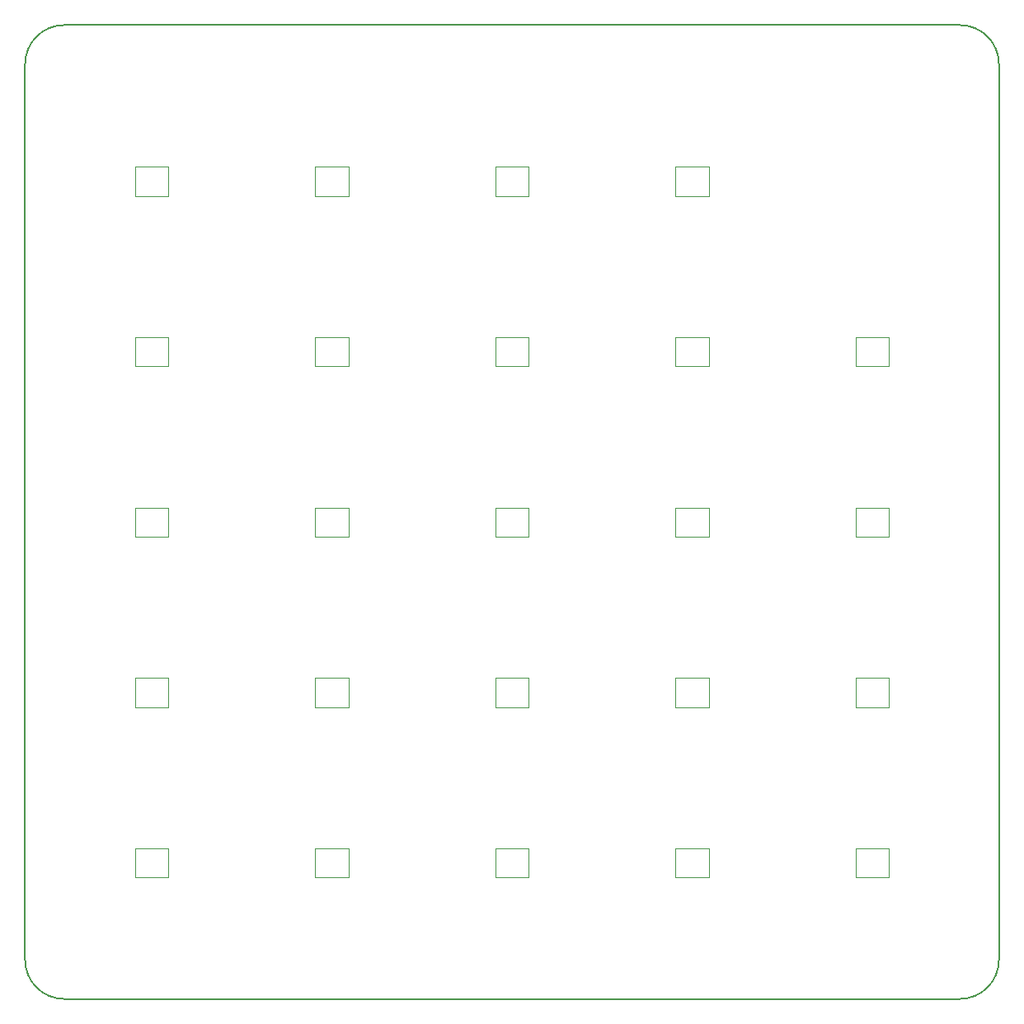
<source format=gbr>
%TF.GenerationSoftware,KiCad,Pcbnew,7.0.10*%
%TF.CreationDate,2024-03-08T11:43:42+01:00*%
%TF.ProjectId,eepypad,65657079-7061-4642-9e6b-696361645f70,1.0*%
%TF.SameCoordinates,Original*%
%TF.FileFunction,Profile,NP*%
%FSLAX46Y46*%
G04 Gerber Fmt 4.6, Leading zero omitted, Abs format (unit mm)*
G04 Created by KiCad (PCBNEW 7.0.10) date 2024-03-08 11:43:42*
%MOMM*%
%LPD*%
G01*
G04 APERTURE LIST*
%TA.AperFunction,Profile*%
%ADD10C,0.150000*%
%TD*%
%TA.AperFunction,Profile*%
%ADD11C,0.120000*%
%TD*%
G04 APERTURE END LIST*
D10*
X91000000Y-159250000D02*
X183000000Y-159250000D01*
X87000000Y-63250000D02*
X87000000Y-155250000D01*
X187000000Y-63250000D02*
G75*
G03*
X183000000Y-59250000I-4000000J0D01*
G01*
X187000000Y-155250000D02*
X187000000Y-63250000D01*
X87000000Y-155250000D02*
G75*
G03*
X91000000Y-159250000I4000000J0D01*
G01*
X183000000Y-59250000D02*
X91000000Y-59250000D01*
X91000000Y-59250000D02*
G75*
G03*
X87000000Y-63250000I0J-4000000D01*
G01*
X183000000Y-159250000D02*
G75*
G03*
X187000000Y-155250000I0J4000000D01*
G01*
D11*
%TO.C,LED9*%
X135300000Y-73800000D02*
X138700000Y-73800000D01*
X135300000Y-76800000D02*
X135300000Y-73800000D01*
X138700000Y-73800000D02*
X138700000Y-76800000D01*
X138700000Y-76800000D02*
X135300000Y-76800000D01*
%TO.C,LED18*%
X120200000Y-94300000D02*
X116800000Y-94300000D01*
X120200000Y-91300000D02*
X120200000Y-94300000D01*
X116800000Y-94300000D02*
X116800000Y-91300000D01*
X116800000Y-91300000D02*
X120200000Y-91300000D01*
%TO.C,LED12*%
X153800000Y-73800000D02*
X157200000Y-73800000D01*
X153800000Y-76800000D02*
X153800000Y-73800000D01*
X157200000Y-73800000D02*
X157200000Y-76800000D01*
X157200000Y-76800000D02*
X153800000Y-76800000D01*
%TO.C,LED16*%
X101700000Y-94300000D02*
X98300000Y-94300000D01*
X101700000Y-91300000D02*
X101700000Y-94300000D01*
X98300000Y-94300000D02*
X98300000Y-91300000D01*
X98300000Y-91300000D02*
X101700000Y-91300000D01*
%TO.C,LED5*%
X116800000Y-108800000D02*
X120200000Y-108800000D01*
X116800000Y-111800000D02*
X116800000Y-108800000D01*
X120200000Y-108800000D02*
X120200000Y-111800000D01*
X120200000Y-111800000D02*
X116800000Y-111800000D01*
%TO.C,LED4*%
X116800000Y-143800000D02*
X120200000Y-143800000D01*
X116800000Y-146800000D02*
X116800000Y-143800000D01*
X120200000Y-143800000D02*
X120200000Y-146800000D01*
X120200000Y-146800000D02*
X116800000Y-146800000D01*
%TO.C,LED2*%
X98300000Y-108800000D02*
X101700000Y-108800000D01*
X98300000Y-111800000D02*
X98300000Y-108800000D01*
X101700000Y-108800000D02*
X101700000Y-111800000D01*
X101700000Y-111800000D02*
X98300000Y-111800000D01*
%TO.C,LED17*%
X120200000Y-129300000D02*
X116800000Y-129300000D01*
X120200000Y-126300000D02*
X120200000Y-129300000D01*
X116800000Y-129300000D02*
X116800000Y-126300000D01*
X116800000Y-126300000D02*
X120200000Y-126300000D01*
%TO.C,LED23*%
X175700000Y-129300000D02*
X172300000Y-129300000D01*
X175700000Y-126300000D02*
X175700000Y-129300000D01*
X172300000Y-129300000D02*
X172300000Y-126300000D01*
X172300000Y-126300000D02*
X175700000Y-126300000D01*
%TO.C,LED10*%
X153800000Y-143800000D02*
X157200000Y-143800000D01*
X153800000Y-146800000D02*
X153800000Y-143800000D01*
X157200000Y-143800000D02*
X157200000Y-146800000D01*
X157200000Y-146800000D02*
X153800000Y-146800000D01*
%TO.C,LED8*%
X135300000Y-108800000D02*
X138700000Y-108800000D01*
X135300000Y-111800000D02*
X135300000Y-108800000D01*
X138700000Y-108800000D02*
X138700000Y-111800000D01*
X138700000Y-111800000D02*
X135300000Y-111800000D01*
%TO.C,LED1*%
X98300000Y-143800000D02*
X101700000Y-143800000D01*
X98300000Y-146800000D02*
X98300000Y-143800000D01*
X101700000Y-143800000D02*
X101700000Y-146800000D01*
X101700000Y-146800000D02*
X98300000Y-146800000D01*
%TO.C,LED3*%
X98300000Y-73800000D02*
X101700000Y-73800000D01*
X98300000Y-76800000D02*
X98300000Y-73800000D01*
X101700000Y-73800000D02*
X101700000Y-76800000D01*
X101700000Y-76800000D02*
X98300000Y-76800000D01*
%TO.C,LED15*%
X101700000Y-129300000D02*
X98300000Y-129300000D01*
X101700000Y-126300000D02*
X101700000Y-129300000D01*
X98300000Y-129300000D02*
X98300000Y-126300000D01*
X98300000Y-126300000D02*
X101700000Y-126300000D01*
%TO.C,LED19*%
X138700000Y-129300000D02*
X135300000Y-129300000D01*
X138700000Y-126300000D02*
X138700000Y-129300000D01*
X135300000Y-129300000D02*
X135300000Y-126300000D01*
X135300000Y-126300000D02*
X138700000Y-126300000D01*
%TO.C,LED24*%
X175700000Y-94300000D02*
X172300000Y-94300000D01*
X175700000Y-91300000D02*
X175700000Y-94300000D01*
X172300000Y-94300000D02*
X172300000Y-91300000D01*
X172300000Y-91300000D02*
X175700000Y-91300000D01*
%TO.C,LED22*%
X157200000Y-94300000D02*
X153800000Y-94300000D01*
X157200000Y-91300000D02*
X157200000Y-94300000D01*
X153800000Y-94300000D02*
X153800000Y-91300000D01*
X153800000Y-91300000D02*
X157200000Y-91300000D01*
%TO.C,LED11*%
X153800000Y-108800000D02*
X157200000Y-108800000D01*
X153800000Y-111800000D02*
X153800000Y-108800000D01*
X157200000Y-108800000D02*
X157200000Y-111800000D01*
X157200000Y-111800000D02*
X153800000Y-111800000D01*
%TO.C,LED7*%
X135300000Y-143800000D02*
X138700000Y-143800000D01*
X135300000Y-146800000D02*
X135300000Y-143800000D01*
X138700000Y-143800000D02*
X138700000Y-146800000D01*
X138700000Y-146800000D02*
X135300000Y-146800000D01*
%TO.C,LED20*%
X138700000Y-94300000D02*
X135300000Y-94300000D01*
X138700000Y-91300000D02*
X138700000Y-94300000D01*
X135300000Y-94300000D02*
X135300000Y-91300000D01*
X135300000Y-91300000D02*
X138700000Y-91300000D01*
%TO.C,LED14*%
X172300000Y-108800000D02*
X175700000Y-108800000D01*
X172300000Y-111800000D02*
X172300000Y-108800000D01*
X175700000Y-108800000D02*
X175700000Y-111800000D01*
X175700000Y-111800000D02*
X172300000Y-111800000D01*
%TO.C,LED13*%
X172300000Y-143800000D02*
X175700000Y-143800000D01*
X172300000Y-146800000D02*
X172300000Y-143800000D01*
X175700000Y-143800000D02*
X175700000Y-146800000D01*
X175700000Y-146800000D02*
X172300000Y-146800000D01*
%TO.C,LED6*%
X116800000Y-73800000D02*
X120200000Y-73800000D01*
X116800000Y-76800000D02*
X116800000Y-73800000D01*
X120200000Y-73800000D02*
X120200000Y-76800000D01*
X120200000Y-76800000D02*
X116800000Y-76800000D01*
%TO.C,LED21*%
X157200000Y-129300000D02*
X153800000Y-129300000D01*
X157200000Y-126300000D02*
X157200000Y-129300000D01*
X153800000Y-129300000D02*
X153800000Y-126300000D01*
X153800000Y-126300000D02*
X157200000Y-126300000D01*
%TD*%
M02*

</source>
